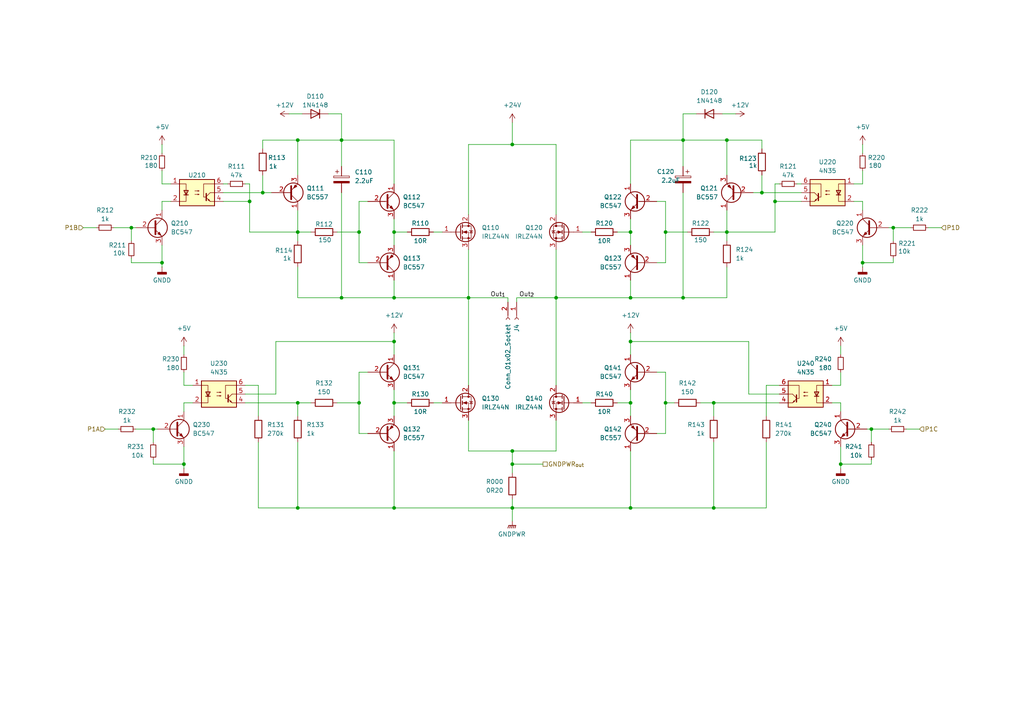
<source format=kicad_sch>
(kicad_sch (version 20250114) (generator "eeschema") (generator_version "9.0")
  (paper "A4")
  (title_block (title "Motor Control") (date "2025-07-03") (rev "1.0") (company "AARHUS TECH"))
  (lib_symbols
    (symbol "Connector:Conn_01x02_Socket" (pin_names (offset 1.016) (hide yes))
      (property "Reference" "J" (at 0 2.54 0))
      (property "Value" "Conn_01x02_Socket" (at 0 -5.08 0))
      (symbol "Conn_01x02_Socket_1_1"
        (polyline (pts (xy -1.27 0) (xy -0.508 0)) (stroke (width 0.1524)))
        (polyline (pts (xy -1.27 -2.54) (xy -0.508 -2.54)) (stroke (width 0.1524)))
        (arc (start 0 -0.508) (mid -0.5058 0) (end 0 0.508) (stroke (width 0.1524)))
        (arc (start 0 -3.048) (mid -0.5058 -2.54) (end 0 -2.032) (stroke (width 0.1524)))
        (pin passive line (at -5.08 0 0) (length 3.81) (name "Pin_1") (number "1"))
        (pin passive line (at -5.08 -2.54 0) (length 3.81) (name "Pin_2") (number "2"))
      )
    )
    (symbol "Device:C_Polarized" (pin_numbers (hide yes)) (pin_names (offset 0.254))
      (property "Reference" "C" (at 0.635 2.54 0))
      (property "Value" "C_Polarized" (at 0.635 -2.54 0))
      (symbol "C_Polarized_0_1"
        (rectangle (start -2.286 0.508) (end 2.286 1.016))
        (polyline (pts (xy -1.778 2.286) (xy -0.762 2.286)))
        (polyline (pts (xy -1.27 2.794) (xy -1.27 1.778)))
        (rectangle (start 2.286 -0.508) (end -2.286 -1.016) (fill (type outline)))
      )
      (symbol "C_Polarized_1_1"
        (pin passive line (at 0 3.81 270) (length 2.794) (name "~") (number "1"))
        (pin passive line (at 0 -3.81 90) (length 2.794) (name "~") (number "2"))
      )
    )
    (symbol "Device:R" (pin_numbers (hide yes)) (pin_names (offset 0))
      (property "Reference" "R" (at 2.032 0 90))
      (property "Value" "R" (at 0 0 90))
      (symbol "R_0_1"
        (rectangle (start -1.016 -2.54) (end 1.016 2.54) (stroke (width 0.254)))
      )
      (symbol "R_1_1"
        (pin passive line (at 0 3.81 270) (length 1.27) (name "~") (number "1"))
        (pin passive line (at 0 -3.81 90) (length 1.27) (name "~") (number "2"))
      )
    )
    (symbol "Device:R_Small" (pin_numbers (hide yes)) (pin_names (offset 0.254) (hide yes))
      (property "Reference" "R" (at 0.762 0.508 0))
      (property "Value" "R_Small" (at 0.762 -1.016 0))
      (symbol "R_Small_0_1"
        (rectangle (start -0.762 1.778) (end 0.762 -1.778) (stroke (width 0.2032)))
      )
      (symbol "R_Small_1_1"
        (pin passive line (at 0 2.54 270) (length 0.762) (name "~") (number "1"))
        (pin passive line (at 0 -2.54 90) (length 0.762) (name "~") (number "2"))
      )
    )
    (symbol "Diode:1N4148" (pin_numbers (hide yes)) (pin_names (hide yes))
      (property "Reference" "D" (at 0 2.54 0))
      (property "Value" "1N4148" (at 0 -2.54 0))
      (symbol "1N4148_0_1"
        (polyline (pts (xy -1.27 1.27) (xy -1.27 -1.27)) (stroke (width 0.254)))
        (polyline (pts (xy 1.27 1.27) (xy 1.27 -1.27) (xy -1.27 0) (xy 1.27 1.27)) (stroke (width 0.254)))
        (polyline (pts (xy 1.27 0) (xy -1.27 0)))
      )
      (symbol "1N4148_1_1"
        (pin passive line (at -3.81 0 0) (length 2.54) (name "K") (number "1"))
        (pin passive line (at 3.81 0 180) (length 2.54) (name "A") (number "2"))
      )
    )
    (symbol "Isolator:4N35" (pin_names (offset 1.016))
      (property "Reference" "U" (at -5.08 5.08 0))
      (property "Value" "4N35" (at 0 5.08 0))
      (symbol "4N35_0_1"
        (rectangle (start -5.08 3.81) (end 5.08 -3.81) (stroke (width 0.254)) (fill (type background)))
        (polyline (pts (xy -5.08 -2.54) (xy -3.175 -2.54) (xy -3.175 2.54) (xy -5.08 2.54)))
        (polyline (pts (xy -3.81 -0.635) (xy -2.54 -0.635)) (stroke (width 0.254)))
        (polyline (pts (xy -3.175 -0.635) (xy -3.81 0.635) (xy -2.54 0.635) (xy -3.175 -0.635)) (stroke (width 0.254)))
        (polyline (pts (xy -0.635 0.508) (xy 0.635 0.508) (xy 0.254 0.381) (xy 0.254 0.635) (xy 0.635 0.508)))
        (polyline (pts (xy -0.635 -0.508) (xy 0.635 -0.508) (xy 0.254 -0.635) (xy 0.254 -0.381) (xy 0.635 -0.508)))
        (polyline (pts (xy 2.667 -0.254) (xy 2.667 -2.286) (xy 2.667 -2.286)) (stroke (width 0.3556)))
        (polyline (pts (xy 2.667 -1.143) (xy 3.81 0)))
        (polyline (pts (xy 2.667 -1.397) (xy 3.81 -2.54)))
        (polyline (pts (xy 3.683 -2.413) (xy 3.429 -1.905) (xy 3.175 -2.159) (xy 3.683 -2.413)))
        (polyline (pts (xy 3.81 0) (xy 5.08 0)))
        (polyline (pts (xy 3.81 -2.54) (xy 5.08 -2.54)))
        (polyline (pts (xy 5.08 2.54) (xy 1.905 2.54) (xy 1.905 -1.27) (xy 2.54 -1.27)))
      )
      (symbol "4N35_1_1"
        (pin passive line (at -7.62 2.54 0) (length 2.54) (name "~") (number "1"))
        (pin passive line (at -7.62 -2.54 0) (length 2.54) (name "~") (number "2"))
        (pin no_connect line (at -5.08 0 0) (length 2.54) (hide yes) (name "NC") (number "3"))
        (pin passive line (at 7.62 2.54 180) (length 2.54) (name "~") (number "6"))
        (pin passive line (at 7.62 0 180) (length 2.54) (name "~") (number "5"))
        (pin passive line (at 7.62 -2.54 180) (length 2.54) (name "~") (number "4"))
      )
    )
    (symbol "Transistor_BJT:BC547" (pin_names (offset 0) (hide yes))
      (property "Reference" "Q" (at 5.08 1.905 0))
      (property "Value" "BC547" (at 5.08 0 0))
      (symbol "BC547_0_1"
        (polyline (pts (xy 0 0) (xy 0.635 0)))
        (polyline (pts (xy 0.635 1.905) (xy 0.635 -1.905) (xy 0.635 -1.905)) (stroke (width 0.508)))
        (polyline (pts (xy 0.635 0.635) (xy 2.54 2.54)))
        (polyline (pts (xy 0.635 -0.635) (xy 2.54 -2.54) (xy 2.54 -2.54)))
        (circle (center 1.27 0) (radius 2.8194) (stroke (width 0.254)))
        (polyline (pts (xy 1.27 -1.778) (xy 1.778 -1.27) (xy 2.286 -2.286) (xy 1.27 -1.778) (xy 1.27 -1.778)) (fill (type outline)))
      )
      (symbol "BC547_1_1"
        (pin input line (at -5.08 0 0) (length 5.08) (name "B") (number "2"))
        (pin passive line (at 2.54 5.08 270) (length 2.54) (name "C") (number "1"))
        (pin passive line (at 2.54 -5.08 90) (length 2.54) (name "E") (number "3"))
      )
    )
    (symbol "Transistor_BJT:BC557" (pin_names (offset 0) (hide yes))
      (property "Reference" "Q" (at 5.08 1.905 0))
      (property "Value" "BC557" (at 5.08 0 0))
      (symbol "BC557_0_1"
        (polyline (pts (xy 0.635 1.905) (xy 0.635 -1.905) (xy 0.635 -1.905)) (stroke (width 0.508)))
        (polyline (pts (xy 0.635 0.635) (xy 2.54 2.54)))
        (polyline (pts (xy 0.635 -0.635) (xy 2.54 -2.54) (xy 2.54 -2.54)))
        (circle (center 1.27 0) (radius 2.8194) (stroke (width 0.254)))
        (polyline (pts (xy 2.286 -1.778) (xy 1.778 -2.286) (xy 1.27 -1.27) (xy 2.286 -1.778) (xy 2.286 -1.778)) (fill (type outline)))
      )
      (symbol "BC557_1_1"
        (pin input line (at -5.08 0 0) (length 5.715) (name "B") (number "2"))
        (pin passive line (at 2.54 5.08 270) (length 2.54) (name "C") (number "1"))
        (pin passive line (at 2.54 -5.08 90) (length 2.54) (name "E") (number "3"))
      )
    )
    (symbol "Transistor_FET:IRLZ44N" (pin_names (hide yes))
      (property "Reference" "Q" (at 5.08 1.905 0))
      (property "Value" "IRLZ44N" (at 5.08 0 0))
      (symbol "IRLZ44N_0_1"
        (polyline (pts (xy 0.254 1.905) (xy 0.254 -1.905)) (stroke (width 0.254)))
        (polyline (pts (xy 0.254 0) (xy -2.54 0)))
        (polyline (pts (xy 0.762 2.286) (xy 0.762 1.27)) (stroke (width 0.254)))
        (polyline (pts (xy 0.762 0.508) (xy 0.762 -0.508)) (stroke (width 0.254)))
        (polyline (pts (xy 0.762 -1.27) (xy 0.762 -2.286)) (stroke (width 0.254)))
        (polyline (pts (xy 0.762 -1.778) (xy 3.302 -1.778) (xy 3.302 1.778) (xy 0.762 1.778)))
        (polyline (pts (xy 1.016 0) (xy 2.032 0.381) (xy 2.032 -0.381) (xy 1.016 0)) (fill (type outline)))
        (circle (center 1.651 0) (radius 2.794) (stroke (width 0.254)))
        (polyline (pts (xy 2.54 2.54) (xy 2.54 1.778)))
        (circle (center 2.54 1.778) (radius 0.254) (fill (type outline)))
        (circle (center 2.54 -1.778) (radius 0.254) (fill (type outline)))
        (polyline (pts (xy 2.54 -2.54) (xy 2.54 0) (xy 0.762 0)))
        (polyline (pts (xy 2.794 0.508) (xy 2.921 0.381) (xy 3.683 0.381) (xy 3.81 0.254)))
        (polyline (pts (xy 3.302 0.381) (xy 2.921 -0.254) (xy 3.683 -0.254) (xy 3.302 0.381)))
      )
      (symbol "IRLZ44N_1_1"
        (pin input line (at -5.08 0 0) (length 2.54) (name "G") (number "1"))
        (pin passive line (at 2.54 5.08 270) (length 2.54) (name "D") (number "2"))
        (pin passive line (at 2.54 -5.08 90) (length 2.54) (name "S") (number "3"))
      )
    )
    (symbol "power:+12V" (power) (pin_numbers (hide yes)) (pin_names (offset 0) (hide yes))
      (property "Value" "+12V" (at 0 3.556 0))
      (symbol "+12V_0_1"
        (polyline (pts (xy -0.762 1.27) (xy 0 2.54)))
        (polyline (pts (xy 0 2.54) (xy 0.762 1.27)))
        (polyline (pts (xy 0 0) (xy 0 2.54)))
      )
      (symbol "+12V_1_1"
        (pin power_in line (at 0 0 90) (length 0) (name "~") (number "1"))
      )
    )
    (symbol "power:+24V" (power) (pin_numbers (hide yes)) (pin_names (offset 0) (hide yes))
      (property "Value" "+24V" (at 0 3.556 0))
      (symbol "+24V_0_1"
        (polyline (pts (xy -0.762 1.27) (xy 0 2.54)))
        (polyline (pts (xy 0 2.54) (xy 0.762 1.27)))
        (polyline (pts (xy 0 0) (xy 0 2.54)))
      )
      (symbol "+24V_1_1"
        (pin power_in line (at 0 0 90) (length 0) (name "~") (number "1"))
      )
    )
    (symbol "power:+5V" (power) (pin_numbers (hide yes)) (pin_names (offset 0) (hide yes))
      (property "Value" "+5V" (at 0 3.556 0))
      (symbol "+5V_0_1"
        (polyline (pts (xy -0.762 1.27) (xy 0 2.54)))
        (polyline (pts (xy 0 2.54) (xy 0.762 1.27)))
        (polyline (pts (xy 0 0) (xy 0 2.54)))
      )
      (symbol "+5V_1_1"
        (pin power_in line (at 0 0 90) (length 0) (name "~") (number "1"))
      )
    )
    (symbol "power:GNDD" (power) (pin_numbers (hide yes)) (pin_names (offset 0) (hide yes))
      (property "Value" "GNDD" (at 0 -3.175 0))
      (symbol "GNDD_0_1"
        (rectangle (start -1.27 -1.524) (end 1.27 -2.032) (stroke (width 0.254)) (fill (type outline)))
        (polyline (pts (xy 0 0) (xy 0 -1.524)))
      )
      (symbol "GNDD_1_1"
        (pin power_in line (at 0 0 270) (length 0) (name "~") (number "1"))
      )
    )
    (symbol "power:GNDPWR" (power) (pin_numbers (hide yes)) (pin_names (offset 0) (hide yes))
      (property "Value" "GNDPWR" (at 0 -3.302 0))
      (symbol "GNDPWR_0_1"
        (polyline (pts (xy -1.016 -1.27) (xy -1.27 -2.032) (xy -1.27 -2.032)) (stroke (width 0.2032)))
        (polyline (pts (xy -0.508 -1.27) (xy -0.762 -2.032) (xy -0.762 -2.032)) (stroke (width 0.2032)))
        (polyline (pts (xy 0 -1.27) (xy 0 0)))
        (polyline (pts (xy 0 -1.27) (xy -0.254 -2.032) (xy -0.254 -2.032)) (stroke (width 0.2032)))
        (polyline (pts (xy 0.508 -1.27) (xy 0.254 -2.032) (xy 0.254 -2.032)) (stroke (width 0.2032)))
        (polyline (pts (xy 1.016 -1.27) (xy -1.016 -1.27) (xy -1.016 -1.27)) (stroke (width 0.2032)))
        (polyline (pts (xy 1.016 -1.27) (xy 0.762 -2.032) (xy 0.762 -2.032) (xy 0.762 -2.032)) (stroke (width 0.2032)))
      )
      (symbol "GNDPWR_1_1"
        (pin power_in line (at 0 0 270) (length 0) (name "~") (number "1"))
      )
    )
  )
  (junction (at 182.88 67.31))
  (junction (at 72.39 58.42))
  (junction (at 182.88 116.84))
  (junction (at 198.12 86.36))
  (junction (at 207.01 147.32))
  (junction (at 86.36 67.31))
  (junction (at 252.73 124.46))
  (junction (at 243.84 134.62))
  (junction (at 53.34 134.62))
  (junction (at 210.82 40.64))
  (junction (at 193.04 67.31))
  (junction (at 148.59 147.32))
  (junction (at 148.59 41.91))
  (junction (at 182.88 147.32))
  (junction (at 210.82 67.31))
  (junction (at 259.08 66.04))
  (junction (at 114.3 116.84))
  (junction (at 224.79 58.42))
  (junction (at 193.04 116.84))
  (junction (at 148.59 130.81))
  (junction (at 86.36 116.84))
  (junction (at 104.14 116.84))
  (junction (at 114.3 86.36))
  (junction (at 182.88 99.06))
  (junction (at 44.45 124.46))
  (junction (at 161.29 86.36))
  (junction (at 220.98 55.88))
  (junction (at 86.36 40.64))
  (junction (at 99.06 40.64))
  (junction (at 182.88 86.36))
  (junction (at 198.12 40.64))
  (junction (at 86.36 147.32))
  (junction (at 250.19 76.2))
  (junction (at 99.06 86.36))
  (junction (at 114.3 67.31))
  (junction (at 38.1 66.04))
  (junction (at 148.59 134.62))
  (junction (at 76.2 55.88))
  (junction (at 114.3 99.06))
  (junction (at 46.99 76.2))
  (junction (at 207.01 116.84))
  (junction (at 135.89 86.36))
  (junction (at 114.3 147.32))
  (junction (at 104.14 67.31))
  (wire (pts (xy 86.36 67.31) (xy 86.36 69.85)))
  (wire (pts (xy 210.82 77.47) (xy 210.82 86.36)))
  (wire (pts (xy 53.34 119.38) (xy 53.34 116.84)))
  (wire (pts (xy 193.04 125.73) (xy 190.5 125.73)))
  (wire (pts (xy 252.73 124.46) (xy 251.46 124.46)))
  (wire (pts (xy 222.25 147.32) (xy 207.01 147.32)))
  (wire (pts (xy 74.93 111.76) (xy 71.12 111.76)))
  (wire (pts (xy 224.79 58.42) (xy 224.79 67.31)))
  (wire (pts (xy 46.99 41.91) (xy 46.99 44.45)))
  (wire (pts (xy 259.08 74.93) (xy 259.08 76.2)))
  (wire (pts (xy 95.25 33.02) (xy 99.06 33.02)))
  (wire (pts (xy 114.3 96.52) (xy 114.3 99.06)))
  (wire (pts (xy 90.17 67.31) (xy 86.36 67.31)))
  (wire (pts (xy 86.36 40.64) (xy 99.06 40.64)))
  (wire (pts (xy 250.19 77.47) (xy 250.19 76.2)))
  (wire (pts (xy 86.36 128.27) (xy 86.36 147.32)))
  (wire (pts (xy 97.79 116.84) (xy 104.14 116.84)))
  (wire (pts (xy 182.88 147.32) (xy 207.01 147.32)))
  (wire (pts (xy 74.93 147.32) (xy 86.36 147.32)))
  (wire (pts (xy 135.89 86.36) (xy 114.3 86.36)))
  (wire (pts (xy 193.04 58.42) (xy 190.5 58.42)))
  (wire (pts (xy 74.93 120.65) (xy 74.93 111.76)))
  (wire (pts (xy 53.34 107.95) (xy 53.34 111.76)))
  (wire (pts (xy 86.36 86.36) (xy 99.06 86.36)))
  (wire (pts (xy 64.77 53.34) (xy 66.04 53.34)))
  (wire (pts (xy 232.41 55.88) (xy 220.98 55.88)))
  (wire (pts (xy 161.29 86.36) (xy 182.88 86.36)))
  (wire (pts (xy 259.08 76.2) (xy 250.19 76.2)))
  (wire (pts (xy 207.01 116.84) (xy 207.01 120.65)))
  (wire (pts (xy 193.04 67.31) (xy 193.04 76.2)))
  (wire (pts (xy 114.3 116.84) (xy 114.3 120.65)))
  (wire (pts (xy 135.89 86.36) (xy 135.89 111.76)))
  (wire (pts (xy 114.3 147.32) (xy 148.59 147.32)))
  (wire (pts (xy 198.12 40.64) (xy 198.12 48.26)))
  (wire (pts (xy 99.06 40.64) (xy 99.06 48.26)))
  (wire (pts (xy 114.3 130.81) (xy 114.3 147.32)))
  (wire (pts (xy 210.82 86.36) (xy 198.12 86.36)))
  (wire (pts (xy 273.05 66.04) (xy 269.24 66.04)))
  (wire (pts (xy 64.77 55.88) (xy 76.2 55.88)))
  (wire (pts (xy 243.84 116.84) (xy 241.3 116.84)))
  (wire (pts (xy 149.86 86.36) (xy 161.29 86.36)))
  (wire (pts (xy 210.82 40.64) (xy 210.82 50.8)))
  (wire (pts (xy 250.19 41.91) (xy 250.19 44.45)))
  (wire (pts (xy 106.68 107.95) (xy 104.14 107.95)))
  (wire (pts (xy 220.98 50.8) (xy 220.98 55.88)))
  (wire (pts (xy 182.88 116.84) (xy 179.07 116.84)))
  (wire (pts (xy 104.14 125.73) (xy 106.68 125.73)))
  (wire (pts (xy 264.16 66.04) (xy 259.08 66.04)))
  (wire (pts (xy 250.19 76.2) (xy 250.19 71.12)))
  (wire (pts (xy 114.3 99.06) (xy 114.3 102.87)))
  (wire (pts (xy 266.7 124.46) (xy 262.89 124.46)))
  (wire (pts (xy 182.88 53.34) (xy 182.88 40.64)))
  (wire (pts (xy 222.25 128.27) (xy 222.25 147.32)))
  (wire (pts (xy 198.12 40.64) (xy 182.88 40.64)))
  (wire (pts (xy 257.81 124.46) (xy 252.73 124.46)))
  (wire (pts (xy 161.29 41.91) (xy 148.59 41.91)))
  (wire (pts (xy 171.45 116.84) (xy 168.91 116.84)))
  (wire (pts (xy 76.2 50.8) (xy 76.2 55.88)))
  (wire (pts (xy 259.08 66.04) (xy 259.08 69.85)))
  (wire (pts (xy 207.01 128.27) (xy 207.01 147.32)))
  (wire (pts (xy 104.14 58.42) (xy 104.14 67.31)))
  (wire (pts (xy 226.06 53.34) (xy 224.79 53.34)))
  (wire (pts (xy 149.86 86.36) (xy 149.86 87.63)))
  (wire (pts (xy 193.04 116.84) (xy 193.04 125.73)))
  (wire (pts (xy 86.36 147.32) (xy 114.3 147.32)))
  (wire (pts (xy 76.2 40.64) (xy 76.2 43.18)))
  (wire (pts (xy 224.79 67.31) (xy 210.82 67.31)))
  (wire (pts (xy 46.99 76.2) (xy 46.99 71.12)))
  (wire (pts (xy 198.12 55.88) (xy 198.12 86.36)))
  (wire (pts (xy 148.59 130.81) (xy 148.59 134.62)))
  (wire (pts (xy 104.14 107.95) (xy 104.14 116.84)))
  (wire (pts (xy 39.37 124.46) (xy 44.45 124.46)))
  (wire (pts (xy 207.01 116.84) (xy 203.2 116.84)))
  (wire (pts (xy 114.3 53.34) (xy 114.3 40.64)))
  (wire (pts (xy 72.39 67.31) (xy 86.36 67.31)))
  (wire (pts (xy 171.45 67.31) (xy 168.91 67.31)))
  (wire (pts (xy 114.3 63.5) (xy 114.3 67.31)))
  (wire (pts (xy 97.79 67.31) (xy 104.14 67.31)))
  (wire (pts (xy 182.88 130.81) (xy 182.88 147.32)))
  (wire (pts (xy 243.84 119.38) (xy 243.84 116.84)))
  (wire (pts (xy 220.98 40.64) (xy 210.82 40.64)))
  (wire (pts (xy 104.14 116.84) (xy 104.14 125.73)))
  (wire (pts (xy 99.06 33.02) (xy 99.06 40.64)))
  (wire (pts (xy 243.84 100.33) (xy 243.84 102.87)))
  (wire (pts (xy 64.77 58.42) (xy 72.39 58.42)))
  (wire (pts (xy 80.01 114.3) (xy 80.01 99.06)))
  (wire (pts (xy 86.36 40.64) (xy 86.36 50.8)))
  (wire (pts (xy 86.36 116.84) (xy 86.36 120.65)))
  (wire (pts (xy 86.36 60.96) (xy 86.36 67.31)))
  (wire (pts (xy 125.73 116.84) (xy 128.27 116.84)))
  (wire (pts (xy 53.34 116.84) (xy 55.88 116.84)))
  (wire (pts (xy 220.98 40.64) (xy 220.98 43.18)))
  (wire (pts (xy 182.88 67.31) (xy 179.07 67.31)))
  (wire (pts (xy 148.59 134.62) (xy 157.48 134.62)))
  (wire (pts (xy 99.06 40.64) (xy 114.3 40.64)))
  (wire (pts (xy 114.3 113.03) (xy 114.3 116.84)))
  (wire (pts (xy 210.82 40.64) (xy 198.12 40.64)))
  (wire (pts (xy 104.14 76.2) (xy 106.68 76.2)))
  (wire (pts (xy 182.88 67.31) (xy 182.88 71.12)))
  (wire (pts (xy 161.29 121.92) (xy 161.29 130.81)))
  (wire (pts (xy 125.73 67.31) (xy 128.27 67.31)))
  (wire (pts (xy 220.98 55.88) (xy 218.44 55.88)))
  (wire (pts (xy 114.3 67.31) (xy 114.3 71.12)))
  (wire (pts (xy 135.89 62.23) (xy 135.89 41.91)))
  (wire (pts (xy 38.1 74.93) (xy 38.1 76.2)))
  (wire (pts (xy 44.45 133.35) (xy 44.45 134.62)))
  (wire (pts (xy 53.34 111.76) (xy 55.88 111.76)))
  (wire (pts (xy 199.39 67.31) (xy 193.04 67.31)))
  (wire (pts (xy 76.2 40.64) (xy 86.36 40.64)))
  (wire (pts (xy 193.04 76.2) (xy 190.5 76.2)))
  (wire (pts (xy 243.84 135.89) (xy 243.84 134.62)))
  (wire (pts (xy 161.29 41.91) (xy 161.29 62.23)))
  (wire (pts (xy 38.1 76.2) (xy 46.99 76.2)))
  (wire (pts (xy 250.19 58.42) (xy 247.65 58.42)))
  (wire (pts (xy 198.12 33.02) (xy 198.12 40.64)))
  (wire (pts (xy 30.48 124.46) (xy 34.29 124.46)))
  (wire (pts (xy 252.73 124.46) (xy 252.73 128.27)))
  (wire (pts (xy 135.89 121.92) (xy 135.89 130.81)))
  (wire (pts (xy 201.93 33.02) (xy 198.12 33.02)))
  (wire (pts (xy 46.99 53.34) (xy 49.53 53.34)))
  (wire (pts (xy 148.59 147.32) (xy 182.88 147.32)))
  (wire (pts (xy 33.02 66.04) (xy 38.1 66.04)))
  (wire (pts (xy 250.19 60.96) (xy 250.19 58.42)))
  (wire (pts (xy 193.04 58.42) (xy 193.04 67.31)))
  (wire (pts (xy 182.88 96.52) (xy 182.88 99.06)))
  (wire (pts (xy 53.34 100.33) (xy 53.34 102.87)))
  (wire (pts (xy 71.12 114.3) (xy 80.01 114.3)))
  (wire (pts (xy 72.39 58.42) (xy 72.39 67.31)))
  (wire (pts (xy 53.34 135.89) (xy 53.34 134.62)))
  (wire (pts (xy 86.36 77.47) (xy 86.36 86.36)))
  (wire (pts (xy 38.1 66.04) (xy 39.37 66.04)))
  (wire (pts (xy 71.12 116.84) (xy 86.36 116.84)))
  (wire (pts (xy 232.41 58.42) (xy 224.79 58.42)))
  (wire (pts (xy 135.89 41.91) (xy 148.59 41.91)))
  (wire (pts (xy 243.84 134.62) (xy 243.84 129.54)))
  (wire (pts (xy 104.14 58.42) (xy 106.68 58.42)))
  (wire (pts (xy 210.82 60.96) (xy 210.82 67.31)))
  (wire (pts (xy 148.59 41.91) (xy 148.59 35.56)))
  (wire (pts (xy 44.45 134.62) (xy 53.34 134.62)))
  (wire (pts (xy 243.84 107.95) (xy 243.84 111.76)))
  (wire (pts (xy 135.89 130.81) (xy 148.59 130.81)))
  (wire (pts (xy 135.89 86.36) (xy 147.32 86.36)))
  (wire (pts (xy 182.88 99.06) (xy 182.88 102.87)))
  (wire (pts (xy 86.36 116.84) (xy 90.17 116.84)))
  (wire (pts (xy 217.17 99.06) (xy 182.88 99.06)))
  (wire (pts (xy 76.2 55.88) (xy 78.74 55.88)))
  (wire (pts (xy 114.3 81.28) (xy 114.3 86.36)))
  (wire (pts (xy 46.99 77.47) (xy 46.99 76.2)))
  (wire (pts (xy 250.19 53.34) (xy 247.65 53.34)))
  (wire (pts (xy 193.04 107.95) (xy 193.04 116.84)))
  (wire (pts (xy 182.88 113.03) (xy 182.88 116.84)))
  (wire (pts (xy 222.25 120.65) (xy 222.25 111.76)))
  (wire (pts (xy 38.1 66.04) (xy 38.1 69.85)))
  (wire (pts (xy 232.41 53.34) (xy 231.14 53.34)))
  (wire (pts (xy 44.45 124.46) (xy 45.72 124.46)))
  (wire (pts (xy 217.17 114.3) (xy 217.17 99.06)))
  (wire (pts (xy 198.12 86.36) (xy 182.88 86.36)))
  (wire (pts (xy 114.3 116.84) (xy 118.11 116.84)))
  (wire (pts (xy 207.01 67.31) (xy 210.82 67.31)))
  (wire (pts (xy 210.82 67.31) (xy 210.82 69.85)))
  (wire (pts (xy 224.79 53.34) (xy 224.79 58.42)))
  (wire (pts (xy 104.14 67.31) (xy 104.14 76.2)))
  (wire (pts (xy 99.06 55.88) (xy 99.06 86.36)))
  (wire (pts (xy 250.19 49.53) (xy 250.19 53.34)))
  (wire (pts (xy 148.59 134.62) (xy 148.59 137.16)))
  (wire (pts (xy 213.36 33.02) (xy 209.55 33.02)))
  (wire (pts (xy 46.99 58.42) (xy 49.53 58.42)))
  (wire (pts (xy 71.12 53.34) (xy 72.39 53.34)))
  (wire (pts (xy 252.73 134.62) (xy 243.84 134.62)))
  (wire (pts (xy 259.08 66.04) (xy 257.81 66.04)))
  (wire (pts (xy 182.88 63.5) (xy 182.88 67.31)))
  (wire (pts (xy 147.32 86.36) (xy 147.32 87.63)))
  (wire (pts (xy 243.84 111.76) (xy 241.3 111.76)))
  (wire (pts (xy 161.29 86.36) (xy 161.29 111.76)))
  (wire (pts (xy 190.5 107.95) (xy 193.04 107.95)))
  (wire (pts (xy 148.59 130.81) (xy 161.29 130.81)))
  (wire (pts (xy 46.99 60.96) (xy 46.99 58.42)))
  (wire (pts (xy 222.25 111.76) (xy 226.06 111.76)))
  (wire (pts (xy 72.39 53.34) (xy 72.39 58.42)))
  (wire (pts (xy 252.73 133.35) (xy 252.73 134.62)))
  (wire (pts (xy 148.59 147.32) (xy 148.59 151.13)))
  (wire (pts (xy 46.99 49.53) (xy 46.99 53.34)))
  (wire (pts (xy 193.04 116.84) (xy 195.58 116.84)))
  (wire (pts (xy 135.89 72.39) (xy 135.89 86.36)))
  (wire (pts (xy 226.06 114.3) (xy 217.17 114.3)))
  (wire (pts (xy 74.93 128.27) (xy 74.93 147.32)))
  (wire (pts (xy 53.34 134.62) (xy 53.34 129.54)))
  (wire (pts (xy 99.06 86.36) (xy 114.3 86.36)))
  (wire (pts (xy 83.82 33.02) (xy 87.63 33.02)))
  (wire (pts (xy 182.88 116.84) (xy 182.88 120.65)))
  (wire (pts (xy 161.29 72.39) (xy 161.29 86.36)))
  (wire (pts (xy 80.01 99.06) (xy 114.3 99.06)))
  (wire (pts (xy 44.45 124.46) (xy 44.45 128.27)))
  (wire (pts (xy 114.3 67.31) (xy 118.11 67.31)))
  (wire (pts (xy 182.88 81.28) (xy 182.88 86.36)))
  (wire (pts (xy 226.06 116.84) (xy 207.01 116.84)))
  (wire (pts (xy 24.13 66.04) (xy 27.94 66.04)))
  (wire (pts (xy 148.59 144.78) (xy 148.59 147.32)))
  (label "Out_{1}" (at 142.24 86.36 0))
  (label "Out_{2}" (at 154.94 86.36 180))
  (hierarchical_label "P1A" (shape input) (at 30.48 124.46 180))
  (hierarchical_label "P1D" (shape input) (at 273.05 66.04 0))
  (hierarchical_label "P1B" (shape input) (at 24.13 66.04 180))
  (hierarchical_label "GNDPWR_{out}" (shape passive) (at 157.48 134.62 0))
  (hierarchical_label "P1C" (shape input) (at 266.7 124.46 0))
  (symbol (lib_id "Transistor_BJT:BC547") (at 111.76 58.42 0) (unit 1)
    (property "Reference" "Q112" (at 116.84 57.1499 0) (effects (justify left)))
    (property "Value" "BC547" (at 116.84 59.6899 0) (effects (justify left)))
    (property "Footprint" "Package_TO_SOT_THT:TO-92_Inline_Wide" (effects (hide yes)))
    (property "Datasheet" "https://www.onsemi.com/pub/Collateral/BC550-D.pdf" (effects (hide yes)))
    (property "Description" "0.1A Ic, 45V Vce, Small Signal NPN Transistor, TO-92" (effects (hide yes)))
    (property "Part number" "01.020.0547" (effects (hide yes)))
    (property "Supplier" "Cypax" (effects (hide yes)))
  )
  (symbol (lib_id "Device:R") (at 175.26 67.31 270) (mirror x) (unit 1)
    (property "Reference" "R120" (at 175.26 64.77 90))
    (property "Value" "10R" (at 175.26 69.85 90))
    (property "Footprint" "Resistor_THT:R_Axial_DIN0207_L6.3mm_D2.5mm_P10.16mm_Horizontal" (effects (hide yes)))
    (property "Description" "Resistor" (effects (hide yes)))
    (property "Part number" "05.000.0210" (effects (hide yes)))
    (property "Supplier" "Cypax" (effects (hide yes)))
  )
  (symbol (lib_id "power:+5V") (at 53.34 100.33 0) (unit 1)
    (property "Reference" "#PWR05" (effects (hide yes)))
    (property "Value" "+5V" (at 53.34 95.25 0))
    (property "Description" "Power symbol creates a global label with name \"+5V\"" (effects (hide yes)))
  )
  (symbol (lib_id "power:GNDD") (at 46.99 77.47 0) (unit 1)
    (property "Reference" "#PWR04" (effects (hide yes)))
    (property "Value" "GNDD" (at 46.99 81.28 0))
    (property "Description" "Power symbol creates a global label with name \"GNDD\" , digital ground" (effects (hide yes)))
  )
  (symbol (lib_id "Device:R") (at 121.92 67.31 90) (unit 1)
    (property "Reference" "R110" (at 121.92 64.77 90))
    (property "Value" "10R" (at 121.92 69.85 90))
    (property "Footprint" "Resistor_THT:R_Axial_DIN0207_L6.3mm_D2.5mm_P10.16mm_Horizontal" (effects (hide yes)))
    (property "Description" "Resistor" (effects (hide yes)))
    (property "Part number" "05.000.0210" (effects (hide yes)))
    (property "Supplier" "Cypax" (effects (hide yes)))
  )
  (symbol (lib_id "Device:R") (at 76.2 46.99 0) (unit 1)
    (property "Reference" "R113" (at 77.724 45.72 0) (effects (justify left)))
    (property "Value" "1k" (at 77.978 48.26 0) (effects (justify left)))
    (property "Footprint" "Resistor_THT:R_Axial_DIN0207_L6.3mm_D2.5mm_P10.16mm_Horizontal" (effects (hide yes)))
    (property "Description" "Resistor" (effects (hide yes)))
    (property "Part number" "05.000.0410 " (effects (hide yes)))
    (property "Supplier" "Cypax" (effects (hide yes)))
  )
  (symbol (lib_id "Device:R_Small") (at 252.73 130.81 0) (mirror x) (unit 1)
    (property "Reference" "R241" (at 250.19 129.5399 0) (effects (justify right)))
    (property "Value" "10k" (at 250.19 132.0799 0) (effects (justify right)))
    (property "Footprint" "Resistor_THT:R_Axial_DIN0207_L6.3mm_D2.5mm_P10.16mm_Horizontal" (effects (hide yes)))
    (property "Description" "Resistor, small symbol" (effects (hide yes)))
    (property "Part number" "05.000.0510 " (effects (hide yes)))
    (property "Supplier" "Cypax" (effects (hide yes)))
  )
  (symbol (lib_id "Transistor_BJT:BC547") (at 185.42 58.42 0) (mirror y) (unit 1)
    (property "Reference" "Q122" (at 180.34 57.1499 0) (effects (justify left)))
    (property "Value" "BC547" (at 180.34 59.6899 0) (effects (justify left)))
    (property "Footprint" "Package_TO_SOT_THT:TO-92_Inline_Wide" (effects (hide yes)))
    (property "Datasheet" "https://www.onsemi.com/pub/Collateral/BC550-D.pdf" (effects (hide yes)))
    (property "Description" "0.1A Ic, 45V Vce, Small Signal NPN Transistor, TO-92" (effects (hide yes)))
    (property "Part number" "01.020.0547" (effects (hide yes)))
    (property "Supplier" "Cypax" (effects (hide yes)))
  )
  (symbol (lib_id "power:+12V") (at 213.36 33.02 270) (mirror x) (unit 1)
    (property "Reference" "#PWR020" (effects (hide yes)))
    (property "Value" "+12V" (at 214.63 30.48 90))
    (property "Description" "Power symbol creates a global label with name \"+12V\"" (effects (hide yes)))
  )
  (symbol (lib_id "Device:R_Small") (at 36.83 124.46 90) (unit 1)
    (property "Reference" "R232" (at 36.83 119.38 90))
    (property "Value" "1k" (at 36.83 121.92 90))
    (property "Footprint" "Resistor_THT:R_Axial_DIN0207_L6.3mm_D2.5mm_P10.16mm_Horizontal" (effects (hide yes)))
    (property "Description" "Resistor, small symbol" (effects (hide yes)))
    (property "Part number" "05.000.0410 " (effects (hide yes)))
    (property "Supplier" "Cypax" (effects (hide yes)))
  )
  (symbol (lib_id "power:+5V") (at 250.19 41.91 0) (mirror y) (unit 1)
    (property "Reference" "#PWR025" (effects (hide yes)))
    (property "Value" "+5V" (at 250.19 36.83 0))
    (property "Description" "Power symbol creates a global label with name \"+5V\"" (effects (hide yes)))
  )
  (symbol (lib_id "Transistor_FET:IRLZ44N") (at 133.35 67.31 0) (unit 1)
    (property "Reference" "Q110" (at 139.7 66.0399 0) (effects (justify left)))
    (property "Value" "IRLZ44N" (at 139.7 68.5799 0) (effects (justify left)))
    (property "Footprint" "User:TO-220-3_Horizontal_TabDown_HoleToCenter" (effects (hide yes)))
    (property "Datasheet" "http://www.irf.com/product-info/datasheets/data/irlz44n.pdf" (effects (hide yes)))
    (property "Part number" "8651418" (effects (hide yes)))
    (property "Supplier" "Farnell" (effects (hide yes)))
  )
  (symbol (lib_id "Device:R_Small") (at 30.48 66.04 90) (unit 1)
    (property "Reference" "R212" (at 30.48 60.96 90))
    (property "Value" "1k" (at 30.48 63.5 90))
    (property "Footprint" "Resistor_THT:R_Axial_DIN0207_L6.3mm_D2.5mm_P10.16mm_Horizontal" (effects (hide yes)))
    (property "Description" "Resistor, small symbol" (effects (hide yes)))
    (property "Part number" "05.000.0410 " (effects (hide yes)))
    (property "Supplier" "Cypax" (effects (hide yes)))
  )
  (symbol (lib_id "Transistor_BJT:BC557") (at 111.76 125.73 0) (mirror x) (unit 1)
    (property "Reference" "Q132" (at 116.84 124.4599 0) (effects (justify left)))
    (property "Value" "BC557" (at 116.84 126.9999 0) (effects (justify left)))
    (property "Footprint" "Package_TO_SOT_THT:TO-92_Inline_Wide" (effects (hide yes)))
    (property "Datasheet" "https://www.onsemi.com/pub/Collateral/BC556BTA-D.pdf" (effects (hide yes)))
    (property "Description" "0.1A Ic, 45V Vce, PNP Small Signal Transistor, TO-92" (effects (hide yes)))
    (property "Part number" "01.020.0557" (effects (hide yes)))
    (property "Supplier" "Cypax" (effects (hide yes)))
  )
  (symbol (lib_id "power:+12V") (at 114.3 96.52 0) (unit 1)
    (property "Reference" "#PWR011" (effects (hide yes)))
    (property "Value" "+12V" (at 114.3 91.44 0))
    (property "Description" "Power symbol creates a global label with name \"+12V\"" (effects (hide yes)))
  )
  (symbol (lib_id "Transistor_FET:IRLZ44N") (at 163.83 116.84 0) (mirror y) (unit 1)
    (property "Reference" "Q140" (at 157.48 115.5699 0) (effects (justify left)))
    (property "Value" "IRLZ44N" (at 157.48 118.1099 0) (effects (justify left)))
    (property "Footprint" "User:TO-220-3_Horizontal_TabDown_HoleToCenter" (effects (hide yes)))
    (property "Datasheet" "http://www.irf.com/product-info/datasheets/data/irlz44n.pdf" (effects (hide yes)))
    (property "Part number" "8651418" (effects (hide yes)))
    (property "Supplier" "Farnell" (effects (hide yes)))
  )
  (symbol (lib_id "Isolator:4N35") (at 240.03 55.88 0) (mirror y) (unit 1)
    (property "Reference" "U220" (at 240.03 46.99 0))
    (property "Value" "4N35" (at 240.03 49.53 0))
    (property "Footprint" "Package_DIP:DIP-6_W7.62mm_Socket_LongPads" (effects (hide yes)))
    (property "Datasheet" "https://www.vishay.com/docs/81181/4n35.pdf" (effects (hide yes)))
    (property "Description" "Optocoupler, Phototransistor Output, with Base Connection, Vce 70V, CTR 100%, Viso 5000V, DIP6" (effects (hide yes)))
    (property "Part number" "1021351" (effects (hide yes)))
    (property "Supplier" "Farnell" (effects (hide yes)))
  )
  (symbol (lib_id "power:+12V") (at 182.88 96.52 0) (mirror y) (unit 1)
    (property "Reference" "#PWR016" (effects (hide yes)))
    (property "Value" "+12V" (at 182.88 91.44 0))
    (property "Description" "Power symbol creates a global label with name \"+12V\"" (effects (hide yes)))
  )
  (symbol (lib_id "Diode:1N4148") (at 91.44 33.02 180) (unit 1)
    (property "Reference" "D110" (at 91.44 27.94 0))
    (property "Value" "1N4148" (at 91.44 30.48 0))
    (property "Footprint" "Diode_THT:D_DO-35_SOD27_P7.62mm_Horizontal" (effects (hide yes)))
    (property "Datasheet" "https://assets.nexperia.com/documents/data-sheet/1N4148_1N4448.pdf" (effects (hide yes)))
    (property "Description" "100V 0.15A standard switching diode, DO-35" (effects (hide yes)))
    (property "Sim.Device" "D" (effects (hide yes)))
    (property "Sim.Pins" "1=K 2=A" (effects (hide yes)))
    (property "Part number" "00.001.4148" (effects (hide yes)))
    (property "Supplier" "Cypax" (effects (hide yes)))
  )
  (symbol (lib_id "Device:R") (at 222.25 124.46 0) (mirror y) (unit 1)
    (property "Reference" "R141" (at 224.79 123.1899 0) (effects (justify right)))
    (property "Value" "270k" (at 224.79 125.7299 0) (effects (justify right)))
    (property "Footprint" "Resistor_THT:R_Axial_DIN0207_L6.3mm_D2.5mm_P10.16mm_Horizontal" (effects (hide yes)))
    (property "Part number" "05.000.0627" (effects (hide yes)))
    (property "Supplier" "Cypax" (effects (hide yes)))
  )
  (symbol (lib_id "Transistor_BJT:BC547") (at 185.42 107.95 0) (mirror y) (unit 1)
    (property "Reference" "Q141" (at 180.34 106.6799 0) (effects (justify left)))
    (property "Value" "BC547" (at 180.34 109.2199 0) (effects (justify left)))
    (property "Footprint" "Package_TO_SOT_THT:TO-92_Inline_Wide" (effects (hide yes)))
    (property "Datasheet" "https://www.onsemi.com/pub/Collateral/BC550-D.pdf" (effects (hide yes)))
    (property "Description" "0.1A Ic, 45V Vce, Small Signal NPN Transistor, TO-92" (effects (hide yes)))
    (property "Part number" "01.020.0547" (effects (hide yes)))
    (property "Supplier" "Cypax" (effects (hide yes)))
  )
  (symbol (lib_id "Device:R_Small") (at 53.34 105.41 180) (unit 1)
    (property "Reference" "R230" (at 46.99 104.14 0) (effects (justify right)))
    (property "Value" "180" (at 48.26 106.68 0) (effects (justify right)))
    (property "Footprint" "Resistor_THT:R_Axial_DIN0207_L6.3mm_D2.5mm_P10.16mm_Horizontal" (effects (hide yes)))
    (property "Description" "Resistor, small symbol" (effects (hide yes)))
    (property "Part number" "05.000.0318" (effects (hide yes)))
    (property "Supplier" "Cypax" (effects (hide yes)))
  )
  (symbol (lib_id "Isolator:4N35") (at 63.5 114.3 0) (unit 1)
    (property "Reference" "U230" (at 63.5 105.41 0))
    (property "Value" "4N35" (at 63.5 107.95 0))
    (property "Footprint" "Package_DIP:DIP-6_W7.62mm_Socket_LongPads" (effects (hide yes)))
    (property "Datasheet" "https://www.vishay.com/docs/81181/4n35.pdf" (effects (hide yes)))
    (property "Description" "Optocoupler, Phototransistor Output, with Base Connection, Vce 70V, CTR 100%, Viso 5000V, DIP6" (effects (hide yes)))
    (property "Part number" "1021351" (effects (hide yes)))
    (property "Supplier" "Farnell" (effects (hide yes)))
  )
  (symbol (lib_id "Transistor_BJT:BC557") (at 185.42 125.73 180) (unit 1)
    (property "Reference" "Q142" (at 180.34 124.4599 0) (effects (justify left)))
    (property "Value" "BC557" (at 180.34 126.9999 0) (effects (justify left)))
    (property "Footprint" "Package_TO_SOT_THT:TO-92_Inline_Wide" (effects (hide yes)))
    (property "Datasheet" "https://www.onsemi.com/pub/Collateral/BC556BTA-D.pdf" (effects (hide yes)))
    (property "Description" "0.1A Ic, 45V Vce, PNP Small Signal Transistor, TO-92" (effects (hide yes)))
    (property "Part number" "01.020.0557" (effects (hide yes)))
    (property "Supplier" "Cypax" (effects (hide yes)))
  )
  (symbol (lib_id "Transistor_FET:IRLZ44N") (at 163.83 67.31 0) (mirror y) (unit 1)
    (property "Reference" "Q120" (at 157.48 66.0399 0) (effects (justify left)))
    (property "Value" "IRLZ44N" (at 157.48 68.5799 0) (effects (justify left)))
    (property "Footprint" "User:TO-220-3_Horizontal_TabDown_HoleToCenter" (effects (hide yes)))
    (property "Datasheet" "http://www.irf.com/product-info/datasheets/data/irlz44n.pdf" (effects (hide yes)))
    (property "Description" "47A Id, 55V Vds, 22mOhm Rds Single N-Channel HEXFET Power MOSFET, TO-220AB" (effects (hide yes)))
    (property "Part number" "8651418" (effects (hide yes)))
    (property "Supplier" "Farnell" (effects (hide yes)))
  )
  (symbol (lib_id "Diode:1N4148") (at 205.74 33.02 0) (mirror x) (unit 1)
    (property "Reference" "D120" (at 205.74 26.67 0))
    (property "Value" "1N4148" (at 205.74 29.21 0))
    (property "Footprint" "Diode_THT:D_DO-35_SOD27_P7.62mm_Horizontal" (effects (hide yes)))
    (property "Datasheet" "https://assets.nexperia.com/documents/data-sheet/1N4148_1N4448.pdf" (effects (hide yes)))
    (property "Description" "100V 0.15A standard switching diode, DO-35" (effects (hide yes)))
    (property "Sim.Device" "D" (effects (hide yes)))
    (property "Sim.Pins" "1=K 2=A" (effects (hide yes)))
    (property "Part number" "00.001.4148" (effects (hide yes)))
    (property "Supplier" "Cypax" (effects (hide yes)))
  )
  (symbol (lib_id "power:GNDD") (at 250.19 77.47 0) (mirror y) (unit 1)
    (property "Reference" "#PWR026" (effects (hide yes)))
    (property "Value" "GNDD" (at 250.19 81.28 0))
    (property "Description" "Power symbol creates a global label with name \"GNDD\" , digital ground" (effects (hide yes)))
  )
  (symbol (lib_id "power:GNDPWR") (at 148.59 151.13 0) (unit 1)
    (property "Reference" "#PWR013" (effects (hide yes)))
    (property "Value" "GNDPWR" (at 148.463 154.94 0))
    (property "Description" "Power symbol creates a global label with name \"GNDPWR\" , global ground" (effects (hide yes)))
  )
  (symbol (lib_id "Device:R_Small") (at 44.45 130.81 180) (unit 1)
    (property "Reference" "R231" (at 36.83 129.54 0) (effects (justify right)))
    (property "Value" "10k" (at 38.1 132.08 0) (effects (justify right)))
    (property "Footprint" "Resistor_THT:R_Axial_DIN0207_L6.3mm_D2.5mm_P10.16mm_Horizontal" (effects (hide yes)))
    (property "Description" "Resistor, small symbol" (effects (hide yes)))
    (property "Part number" "05.000.0510 " (effects (hide yes)))
    (property "Supplier" "Cypax" (effects (hide yes)))
  )
  (symbol (lib_id "Device:C_Polarized") (at 198.12 52.07 0) (mirror y) (unit 1)
    (property "Reference" "C120" (at 190.5 49.784 0) (effects (justify right)))
    (property "Value" "2.2uF" (at 191.77 52.324 0) (effects (justify right)))
    (property "Footprint" "Capacitor_THT:CP_Radial_D4.0mm_P2.00mm" (effects (hide yes)))
    (property "Description" "Polarized capacitor" (effects (hide yes)))
    (property "Part number" "8766797" (effects (hide yes)))
    (property "Supplier" "Farnell" (effects (hide yes)))
  )
  (symbol (lib_id "Device:R") (at 74.93 124.46 0) (unit 1)
    (property "Reference" "R131" (at 77.47 123.1899 0) (effects (justify left)))
    (property "Value" "270k" (at 77.47 125.7299 0) (effects (justify left)))
    (property "Footprint" "Resistor_THT:R_Axial_DIN0207_L6.3mm_D2.5mm_P10.16mm_Horizontal" (effects (hide yes)))
    (property "Part number" "05.000.0627" (effects (hide yes)))
    (property "Supplier" "Cypax" (effects (hide yes)))
  )
  (symbol (lib_id "Device:R_Small") (at 243.84 105.41 0) (mirror x) (unit 1)
    (property "Reference" "R240" (at 241.3 104.1399 0) (effects (justify right)))
    (property "Value" "180" (at 241.3 106.6799 0) (effects (justify right)))
    (property "Footprint" "Resistor_THT:R_Axial_DIN0207_L6.3mm_D2.5mm_P10.16mm_Horizontal" (effects (hide yes)))
    (property "Description" "Resistor, small symbol" (effects (hide yes)))
    (property "Part number" "05.000.0318" (effects (hide yes)))
    (property "Supplier" "Cypax" (effects (hide yes)))
  )
  (symbol (lib_id "Device:R") (at 86.36 73.66 0) (unit 1)
    (property "Reference" "R114" (at 79.756 72.644 0) (effects (justify left)))
    (property "Value" "1k" (at 82.042 74.93 0) (effects (justify left)))
    (property "Footprint" "Resistor_THT:R_Axial_DIN0207_L6.3mm_D2.5mm_P10.16mm_Horizontal" (effects (hide yes)))
    (property "Description" "Resistor" (effects (hide yes)))
    (property "Part number" "05.000.0410 " (effects (hide yes)))
    (property "Supplier" "Cypax" (effects (hide yes)))
  )
  (symbol (lib_id "power:GNDD") (at 53.34 135.89 0) (unit 1)
    (property "Reference" "#PWR06" (effects (hide yes)))
    (property "Value" "GNDD" (at 53.34 139.7 0))
    (property "Description" "Power symbol creates a global label with name \"GNDD\" , digital ground" (effects (hide yes)))
  )
  (symbol (lib_id "Transistor_BJT:BC547") (at 44.45 66.04 0) (unit 1)
    (property "Reference" "Q210" (at 49.53 64.77 0) (effects (justify left)))
    (property "Value" "BC547" (at 49.53 67.31 0) (effects (justify left)))
    (property "Footprint" "Package_TO_SOT_THT:TO-92_Inline_Wide" (effects (hide yes)))
    (property "Datasheet" "https://www.onsemi.com/pub/Collateral/BC550-D.pdf" (effects (hide yes)))
    (property "Description" "0.1A Ic, 45V Vce, Small Signal NPN Transistor, TO-92" (effects (hide yes)))
    (property "Part number" "01.020.0547" (effects (hide yes)))
    (property "Supplier" "Cypax" (effects (hide yes)))
  )
  (symbol (lib_id "Connector:Conn_01x02_Socket") (at 149.86 92.71 270) (unit 1)
    (property "Reference" "J4" (at 149.8601 93.98 0) (effects (justify left)))
    (property "Value" "Conn_01x02_Socket" (at 147.3201 93.98 0) (effects (justify left)))
    (property "Footprint" "Connector_Phoenix_MC_HighVoltage:PhoenixContact_MCV_1,5_2-G-5.08_1x02_P5.08mm_Vertical" (effects (hide yes)))
    (property "Description" "Generic connector, single row, 01x02, script generated" (effects (hide yes)))
  )
  (symbol (lib_id "Device:R_Small") (at 46.99 46.99 180) (unit 1)
    (property "Reference" "R210" (at 40.64 45.72 0) (effects (justify right)))
    (property "Value" "180" (at 41.91 48.006 0) (effects (justify right)))
    (property "Footprint" "Resistor_THT:R_Axial_DIN0207_L6.3mm_D2.5mm_P10.16mm_Horizontal" (effects (hide yes)))
    (property "Description" "Resistor, small symbol" (effects (hide yes)))
    (property "Part number" "05.000.0318" (effects (hide yes)))
    (property "Supplier" "Cypax" (effects (hide yes)))
  )
  (symbol (lib_id "Device:C_Polarized") (at 99.06 52.07 0) (unit 1)
    (property "Reference" "C110" (at 102.87 49.9109 0) (effects (justify left)))
    (property "Value" "2.2uF" (at 102.87 52.4509 0) (effects (justify left)))
    (property "Footprint" "Capacitor_THT:CP_Radial_D4.0mm_P2.00mm" (effects (hide yes)))
    (property "Description" "Polarized capacitor" (effects (hide yes)))
    (property "Part number" "8766797" (effects (hide yes)))
    (property "Supplier" "Farnell" (effects (hide yes)))
  )
  (symbol (lib_id "Transistor_BJT:BC547") (at 246.38 124.46 0) (mirror y) (unit 1)
    (property "Reference" "Q240" (at 241.3 123.1899 0) (effects (justify left)))
    (property "Value" "BC547" (at 241.3 125.7299 0) (effects (justify left)))
    (property "Footprint" "Package_TO_SOT_THT:TO-92_Inline_Wide" (effects (hide yes)))
    (property "Datasheet" "https://www.onsemi.com/pub/Collateral/BC550-D.pdf" (effects (hide yes)))
    (property "Description" "0.1A Ic, 45V Vce, Small Signal NPN Transistor, TO-92" (effects (hide yes)))
    (property "Part number" "01.020.0547" (effects (hide yes)))
    (property "Supplier" "Cypax" (effects (hide yes)))
  )
  (symbol (lib_id "Transistor_BJT:BC557") (at 213.36 55.88 180) (unit 1)
    (property "Reference" "Q121" (at 208.28 54.6099 0) (effects (justify left)))
    (property "Value" "BC557" (at 208.28 57.1499 0) (effects (justify left)))
    (property "Footprint" "Package_TO_SOT_THT:TO-92_Inline_Wide" (effects (hide yes)))
    (property "Datasheet" "https://www.onsemi.com/pub/Collateral/BC556BTA-D.pdf" (effects (hide yes)))
    (property "Description" "0.1A Ic, 45V Vce, PNP Small Signal Transistor, TO-92" (effects (hide yes)))
    (property "Part number" "01.020.0557" (effects (hide yes)))
    (property "Supplier" "Cypax" (effects (hide yes)))
  )
  (symbol (lib_id "Device:R") (at 93.98 67.31 270) (unit 1)
    (property "Reference" "R112" (at 93.98 65.024 90))
    (property "Value" "150" (at 94.234 69.596 90))
    (property "Footprint" "Resistor_THT:R_Axial_DIN0207_L6.3mm_D2.5mm_P10.16mm_Horizontal" (effects (hide yes)))
    (property "Part number" "05.000.0315" (effects (hide yes)))
    (property "Supplier" "Cypax" (effects (hide yes)))
  )
  (symbol (lib_id "power:+5V") (at 46.99 41.91 0) (unit 1)
    (property "Reference" "#PWR03" (effects (hide yes)))
    (property "Value" "+5V" (at 46.99 36.83 0))
    (property "Description" "Power symbol creates a global label with name \"+5V\"" (effects (hide yes)))
  )
  (symbol (lib_id "power:GNDD") (at 243.84 135.89 0) (mirror y) (unit 1)
    (property "Reference" "#PWR024" (effects (hide yes)))
    (property "Value" "GNDD" (at 243.84 139.7 0))
    (property "Description" "Power symbol creates a global label with name \"GNDD\" , digital ground" (effects (hide yes)))
  )
  (symbol (lib_id "Transistor_FET:IRLZ44N") (at 133.35 116.84 0) (unit 1)
    (property "Reference" "Q130" (at 139.7 115.5699 0) (effects (justify left)))
    (property "Value" "IRLZ44N" (at 139.7 118.1099 0) (effects (justify left)))
    (property "Footprint" "User:TO-220-3_Horizontal_TabDown_HoleToCenter" (effects (hide yes)))
    (property "Datasheet" "http://www.irf.com/product-info/datasheets/data/irlz44n.pdf" (effects (hide yes)))
    (property "Part number" "8651418" (effects (hide yes)))
    (property "Supplier" "Farnell" (effects (hide yes)))
  )
  (symbol (lib_id "Isolator:4N35") (at 57.15 55.88 0) (unit 1)
    (property "Reference" "U210" (at 57.15 50.8 0))
    (property "Value" "4N35" (effects (hide yes)))
    (property "Footprint" "Package_DIP:DIP-6_W7.62mm_Socket_LongPads" (effects (hide yes)))
    (property "Datasheet" "https://www.vishay.com/docs/81181/4n35.pdf" (effects (hide yes)))
    (property "Description" "Optocoupler, Phototransistor Output, with Base Connection, Vce 70V, CTR 100%, Viso 5000V, DIP6" (effects (hide yes)))
    (property "Part number" "1021351" (effects (hide yes)))
    (property "Supplier" "Farnell" (effects (hide yes)))
  )
  (symbol (lib_id "Device:R_Small") (at 259.08 72.39 0) (mirror x) (unit 1)
    (property "Reference" "R221" (at 265.684 70.612 0) (effects (justify right)))
    (property "Value" "10k" (at 264.16 72.898 0) (effects (justify right)))
    (property "Footprint" "Resistor_THT:R_Axial_DIN0207_L6.3mm_D2.5mm_P10.16mm_Horizontal" (effects (hide yes)))
    (property "Description" "Resistor, small symbol" (effects (hide yes)))
    (property "Part number" "05.000.0510 " (effects (hide yes)))
    (property "Supplier" "Cypax" (effects (hide yes)))
  )
  (symbol (lib_id "power:+12V") (at 83.82 33.02 90) (unit 1)
    (property "Reference" "#PWR010" (effects (hide yes)))
    (property "Value" "+12V" (at 82.55 30.48 90))
    (property "Description" "Power symbol creates a global label with name \"+12V\"" (effects (hide yes)))
  )
  (symbol (lib_id "Device:R") (at 93.98 116.84 90) (mirror x) (unit 1)
    (property "Reference" "R132" (at 93.98 111.125 90))
    (property "Value" "150" (at 93.98 113.665 90))
    (property "Footprint" "Resistor_THT:R_Axial_DIN0207_L6.3mm_D2.5mm_P10.16mm_Horizontal" (effects (hide yes)))
    (property "Part number" "05.000.0315" (effects (hide yes)))
    (property "Supplier" "Cypax" (effects (hide yes)))
  )
  (symbol (lib_id "Device:R") (at 148.59 140.97 0) (mirror x) (unit 1)
    (property "Reference" "R000" (at 146.05 139.6999 0) (effects (justify right)))
    (property "Value" "0R20" (at 146.05 142.2399 0) (effects (justify right)))
    (property "Footprint" "Resistor_THT:R_Axial_DIN0516_L15.5mm_D5.0mm_P20.32mm_Horizontal" (effects (hide yes)))
    (property "Part number" "846-9836" (effects (hide yes)))
    (property "Supplier" "RS" (effects (hide yes)))
  )
  (symbol (lib_id "Transistor_BJT:BC547") (at 252.73 66.04 0) (mirror y) (unit 1)
    (property "Reference" "Q220" (at 247.65 64.7699 0) (effects (justify left)))
    (property "Value" "BC547" (at 247.65 67.3099 0) (effects (justify left)))
    (property "Footprint" "Package_TO_SOT_THT:TO-92_Inline_Wide" (effects (hide yes)))
    (property "Datasheet" "https://www.onsemi.com/pub/Collateral/BC550-D.pdf" (effects (hide yes)))
    (property "Description" "0.1A Ic, 45V Vce, Small Signal NPN Transistor, TO-92" (effects (hide yes)))
    (property "Part number" "01.020.0547" (effects (hide yes)))
    (property "Supplier" "Cypax" (effects (hide yes)))
  )
  (symbol (lib_id "Device:R_Small") (at 250.19 46.99 0) (mirror x) (unit 1)
    (property "Reference" "R220" (at 256.794 45.72 0) (effects (justify right)))
    (property "Value" "180" (at 255.778 48.006 0) (effects (justify right)))
    (property "Footprint" "Resistor_THT:R_Axial_DIN0207_L6.3mm_D2.5mm_P10.16mm_Horizontal" (effects (hide yes)))
    (property "Description" "Resistor, small symbol" (effects (hide yes)))
    (property "Part number" "05.000.0318" (effects (hide yes)))
    (property "Supplier" "Cypax" (effects (hide yes)))
  )
  (symbol (lib_id "Device:R_Small") (at 38.1 72.39 180) (unit 1)
    (property "Reference" "R211" (at 31.496 71.12 0) (effects (justify right)))
    (property "Value" "10k" (at 32.766 73.406 0) (effects (justify right)))
    (property "Footprint" "Resistor_THT:R_Axial_DIN0207_L6.3mm_D2.5mm_P10.16mm_Horizontal" (effects (hide yes)))
    (property "Description" "Resistor, small symbol" (effects (hide yes)))
    (property "Part number" "05.000.0510 " (effects (hide yes)))
    (property "Supplier" "Cypax" (effects (hide yes)))
  )
  (symbol (lib_id "Transistor_BJT:BC557") (at 111.76 76.2 0) (mirror x) (unit 1)
    (property "Reference" "Q113" (at 116.84 74.9299 0) (effects (justify left)))
    (property "Value" "BC557" (at 116.84 77.4699 0) (effects (justify left)))
    (property "Footprint" "Package_TO_SOT_THT:TO-92_Inline_Wide" (effects (hide yes)))
    (property "Datasheet" "https://www.onsemi.com/pub/Collateral/BC556BTA-D.pdf" (effects (hide yes)))
    (property "Description" "0.1A Ic, 45V Vce, PNP Small Signal Transistor, TO-92" (effects (hide yes)))
    (property "Part number" "01.020.0557" (effects (hide yes)))
    (property "Supplier" "Cypax" (effects (hide yes)))
  )
  (symbol (lib_id "Device:R") (at 86.36 124.46 180) (unit 1)
    (property "Reference" "R133" (at 88.9 123.1899 0) (effects (justify right)))
    (property "Value" "1k" (at 88.9 125.7299 0) (effects (justify right)))
    (property "Footprint" "Resistor_THT:R_Axial_DIN0207_L6.3mm_D2.5mm_P10.16mm_Horizontal" (effects (hide yes)))
    (property "Part number" "05.000.0410 " (effects (hide yes)))
    (property "Supplier" "Cypax" (effects (hide yes)))
  )
  (symbol (lib_id "Device:R") (at 207.01 124.46 0) (mirror x) (unit 1)
    (property "Reference" "R143" (at 204.47 123.1899 0) (effects (justify right)))
    (property "Value" "1k" (at 204.47 125.7299 0) (effects (justify right)))
    (property "Footprint" "Resistor_THT:R_Axial_DIN0207_L6.3mm_D2.5mm_P10.16mm_Horizontal" (effects (hide yes)))
    (property "Part number" "05.000.0410 " (effects (hide yes)))
    (property "Supplier" "Cypax" (effects (hide yes)))
  )
  (symbol (lib_id "Device:R") (at 210.82 73.66 0) (mirror y) (unit 1)
    (property "Reference" "R124" (at 213.36 72.3899 0) (effects (justify right)))
    (property "Value" "1k" (at 213.36 74.9299 0) (effects (justify right)))
    (property "Footprint" "Resistor_THT:R_Axial_DIN0207_L6.3mm_D2.5mm_P10.16mm_Horizontal" (effects (hide yes)))
    (property "Description" "Resistor" (effects (hide yes)))
    (property "Part number" "05.000.0410 " (effects (hide yes)))
    (property "Supplier" "Cypax" (effects (hide yes)))
  )
  (symbol (lib_id "Transistor_BJT:BC557") (at 83.82 55.88 0) (mirror x) (unit 1)
    (property "Reference" "Q111" (at 88.9 54.6099 0) (effects (justify left)))
    (property "Value" "BC557" (at 88.9 57.1499 0) (effects (justify left)))
    (property "Footprint" "Package_TO_SOT_THT:TO-92_Inline_Wide" (effects (hide yes)))
    (property "Datasheet" "https://www.onsemi.com/pub/Collateral/BC556BTA-D.pdf" (effects (hide yes)))
    (property "Description" "0.1A Ic, 45V Vce, PNP Small Signal Transistor, TO-92" (effects (hide yes)))
    (property "Part number" "01.020.0557" (effects (hide yes)))
    (property "Supplier" "Cypax" (effects (hide yes)))
  )
  (symbol (lib_id "Device:R_Small") (at 68.58 53.34 90) (unit 1)
    (property "Reference" "R111" (at 68.58 48.26 90))
    (property "Value" "47k" (at 68.58 50.8 90))
    (property "Footprint" "Resistor_THT:R_Axial_DIN0207_L6.3mm_D2.5mm_P10.16mm_Horizontal" (effects (hide yes)))
    (property "Description" "Resistor, small symbol" (effects (hide yes)))
    (property "Part number" "05.000.0547" (effects (hide yes)))
    (property "Supplier" "Cypax" (effects (hide yes)))
  )
  (symbol (lib_id "Device:R") (at 121.92 116.84 90) (unit 1)
    (property "Reference" "R130" (at 121.92 114.3 90))
    (property "Value" "10R" (at 121.92 119.38 90))
    (property "Footprint" "Resistor_THT:R_Axial_DIN0207_L6.3mm_D2.5mm_P10.16mm_Horizontal" (effects (hide yes)))
    (property "Description" "Resistor" (effects (hide yes)))
    (property "Part number" "05.000.0210" (effects (hide yes)))
    (property "Supplier" "Cypax" (effects (hide yes)))
  )
  (symbol (lib_id "Device:R_Small") (at 260.35 124.46 270) (mirror x) (unit 1)
    (property "Reference" "R242" (at 260.35 119.38 90))
    (property "Value" "1k" (at 260.35 121.92 90))
    (property "Footprint" "Resistor_THT:R_Axial_DIN0207_L6.3mm_D2.5mm_P10.16mm_Horizontal" (effects (hide yes)))
    (property "Description" "Resistor, small symbol" (effects (hide yes)))
    (property "Part number" "05.000.0410 " (effects (hide yes)))
    (property "Supplier" "Cypax" (effects (hide yes)))
  )
  (symbol (lib_id "Transistor_BJT:BC557") (at 185.42 76.2 180) (unit 1)
    (property "Reference" "Q123" (at 180.34 74.9299 0) (effects (justify left)))
    (property "Value" "BC557" (at 180.34 77.4699 0) (effects (justify left)))
    (property "Footprint" "Package_TO_SOT_THT:TO-92_Inline_Wide" (effects (hide yes)))
    (property "Datasheet" "https://www.onsemi.com/pub/Collateral/BC556BTA-D.pdf" (effects (hide yes)))
    (property "Description" "0.1A Ic, 45V Vce, PNP Small Signal Transistor, TO-92" (effects (hide yes)))
    (property "Part number" "01.020.0557" (effects (hide yes)))
    (property "Supplier" "Cypax" (effects (hide yes)))
  )
  (symbol (lib_id "Isolator:4N35") (at 233.68 114.3 0) (mirror y) (unit 1)
    (property "Reference" "U240" (at 233.68 105.41 0))
    (property "Value" "4N35" (at 233.68 107.95 0))
    (property "Footprint" "Package_DIP:DIP-6_W7.62mm_Socket_LongPads" (effects (hide yes)))
    (property "Datasheet" "https://www.vishay.com/docs/81181/4n35.pdf" (effects (hide yes)))
    (property "Description" "Optocoupler, Phototransistor Output, with Base Connection, Vce 70V, CTR 100%, Viso 5000V, DIP6" (effects (hide yes)))
    (property "Part number" "1021351" (effects (hide yes)))
    (property "Supplier" "Farnell" (effects (hide yes)))
  )
  (symbol (lib_id "Device:R") (at 220.98 46.99 0) (mirror y) (unit 1)
    (property "Reference" "R123" (at 214.376 45.974 0) (effects (justify right)))
    (property "Value" "1k" (at 217.17 48.006 0) (effects (justify right)))
    (property "Footprint" "Resistor_THT:R_Axial_DIN0207_L6.3mm_D2.5mm_P10.16mm_Horizontal" (effects (hide yes)))
    (property "Description" "Resistor" (effects (hide yes)))
    (property "Part number" "05.000.0410 " (effects (hide yes)))
    (property "Supplier" "Cypax" (effects (hide yes)))
  )
  (symbol (lib_id "Device:R") (at 199.39 116.84 270) (unit 1)
    (property "Reference" "R142" (at 199.39 111.125 90))
    (property "Value" "150" (at 199.39 113.665 90))
    (property "Footprint" "Resistor_THT:R_Axial_DIN0207_L6.3mm_D2.5mm_P10.16mm_Horizontal" (effects (hide yes)))
    (property "Part number" "05.000.0315" (effects (hide yes)))
    (property "Supplier" "Cypax" (effects (hide yes)))
  )
  (symbol (lib_id "Transistor_BJT:BC547") (at 111.76 107.95 0) (unit 1)
    (property "Reference" "Q131" (at 116.84 106.6799 0) (effects (justify left)))
    (property "Value" "BC547" (at 116.84 109.2199 0) (effects (justify left)))
    (property "Footprint" "Package_TO_SOT_THT:TO-92_Inline_Wide" (effects (hide yes)))
    (property "Datasheet" "https://www.onsemi.com/pub/Collateral/BC550-D.pdf" (effects (hide yes)))
    (property "Description" "0.1A Ic, 45V Vce, Small Signal NPN Transistor, TO-92" (effects (hide yes)))
    (property "Part number" "01.020.0547" (effects (hide yes)))
    (property "Supplier" "Cypax" (effects (hide yes)))
  )
  (symbol (lib_id "Device:R") (at 175.26 116.84 270) (mirror x) (unit 1)
    (property "Reference" "R140" (at 175.26 114.3 90))
    (property "Value" "10R" (at 175.26 119.38 90))
    (property "Footprint" "Resistor_THT:R_Axial_DIN0207_L6.3mm_D2.5mm_P10.16mm_Horizontal" (effects (hide yes)))
    (property "Description" "Resistor" (effects (hide yes)))
    (property "Part number" "05.000.0210" (effects (hide yes)))
    (property "Supplier" "Cypax" (effects (hide yes)))
  )
  (symbol (lib_id "power:+5V") (at 243.84 100.33 0) (mirror y) (unit 1)
    (property "Reference" "#PWR023" (effects (hide yes)))
    (property "Value" "+5V" (at 243.84 95.25 0))
    (property "Description" "Power symbol creates a global label with name \"+5V\"" (effects (hide yes)))
  )
  (symbol (lib_id "Transistor_BJT:BC547") (at 50.8 124.46 0) (unit 1)
    (property "Reference" "Q230" (at 55.88 123.1899 0) (effects (justify left)))
    (property "Value" "BC547" (at 55.88 125.7299 0) (effects (justify left)))
    (property "Footprint" "Package_TO_SOT_THT:TO-92_Inline_Wide" (effects (hide yes)))
    (property "Datasheet" "https://www.onsemi.com/pub/Collateral/BC550-D.pdf" (effects (hide yes)))
    (property "Description" "0.1A Ic, 45V Vce, Small Signal NPN Transistor, TO-92" (effects (hide yes)))
    (property "Part number" "01.020.0547" (effects (hide yes)))
    (property "Supplier" "Cypax" (effects (hide yes)))
  )
  (symbol (lib_id "Device:R_Small") (at 228.6 53.34 270) (mirror x) (unit 1)
    (property "Reference" "R121" (at 228.6 48.26 90))
    (property "Value" "47k" (at 228.6 50.8 90))
    (property "Footprint" "Resistor_THT:R_Axial_DIN0207_L6.3mm_D2.5mm_P10.16mm_Horizontal" (effects (hide yes)))
    (property "Description" "Resistor, small symbol" (effects (hide yes)))
    (property "Part number" "05.000.0547" (effects (hide yes)))
    (property "Supplier" "Cypax" (effects (hide yes)))
  )
  (symbol (lib_id "power:+24V") (at 148.59 35.56 0) (unit 1)
    (property "Reference" "#PWR012" (effects (hide yes)))
    (property "Value" "+24V" (at 148.59 30.48 0))
    (property "Description" "Power symbol creates a global label with name \"+24V\"" (effects (hide yes)))
  )
  (symbol (lib_id "Device:R_Small") (at 266.7 66.04 270) (mirror x) (unit 1)
    (property "Reference" "R222" (at 266.7 60.96 90))
    (property "Value" "1k" (at 266.7 63.5 90))
    (property "Footprint" "Resistor_THT:R_Axial_DIN0207_L6.3mm_D2.5mm_P10.16mm_Horizontal" (effects (hide yes)))
    (property "Description" "Resistor, small symbol" (effects (hide yes)))
    (property "Part number" "05.000.0410 " (effects (hide yes)))
    (property "Supplier" "Cypax" (effects (hide yes)))
  )
  (symbol (lib_id "Device:R") (at 203.2 67.31 90) (mirror x) (unit 1)
    (property "Reference" "R122" (at 203.2 64.77 90))
    (property "Value" "150" (at 203.2 69.596 90))
    (property "Footprint" "Resistor_THT:R_Axial_DIN0207_L6.3mm_D2.5mm_P10.16mm_Horizontal" (effects (hide yes)))
    (property "Part number" "05.000.0315" (effects (hide yes)))
    (property "Supplier" "Cypax" (effects (hide yes)))
  )
)
</source>
